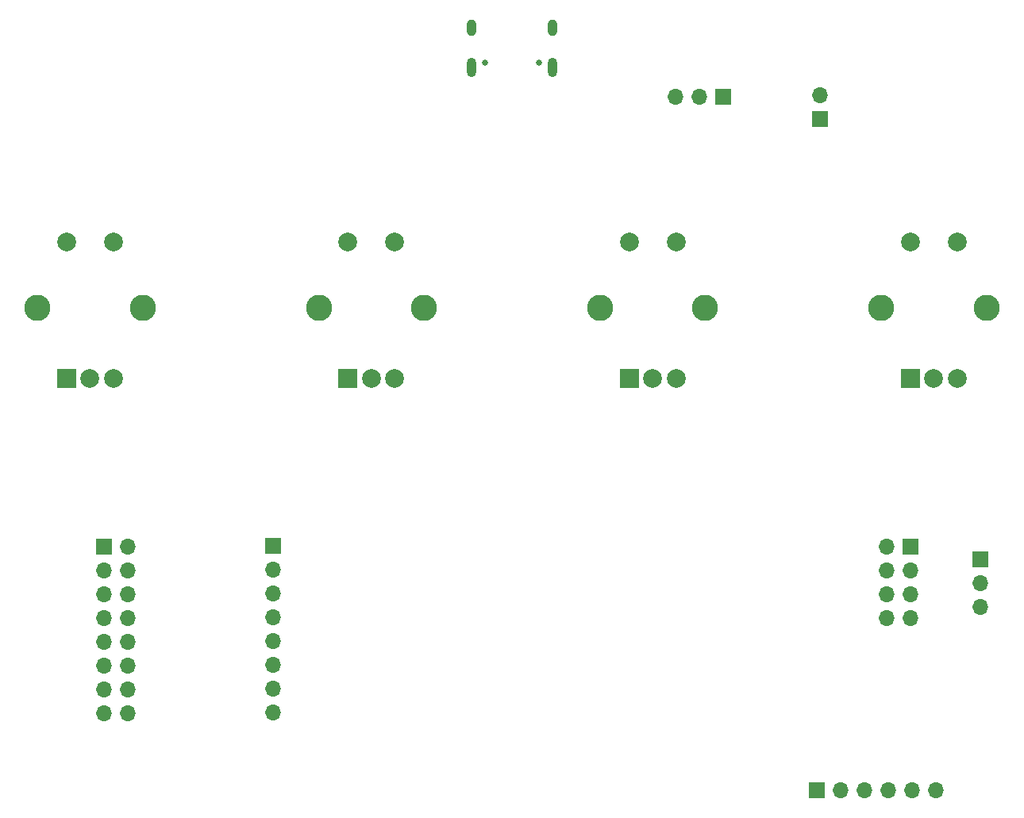
<source format=gbr>
%TF.GenerationSoftware,KiCad,Pcbnew,(6.0.10)*%
%TF.CreationDate,2023-01-01T23:53:54+01:00*%
%TF.ProjectId,obs-studio-controller,6f62732d-7374-4756-9469-6f2d636f6e74,rev?*%
%TF.SameCoordinates,Original*%
%TF.FileFunction,Soldermask,Bot*%
%TF.FilePolarity,Negative*%
%FSLAX46Y46*%
G04 Gerber Fmt 4.6, Leading zero omitted, Abs format (unit mm)*
G04 Created by KiCad (PCBNEW (6.0.10)) date 2023-01-01 23:53:54*
%MOMM*%
%LPD*%
G01*
G04 APERTURE LIST*
%ADD10R,2.000000X2.000000*%
%ADD11C,2.000000*%
%ADD12C,2.800000*%
%ADD13O,1.700000X1.700000*%
%ADD14R,1.700000X1.700000*%
%ADD15O,1.000000X2.100000*%
%ADD16O,1.000000X1.800000*%
%ADD17C,0.650000*%
G04 APERTURE END LIST*
D10*
%TO.C,SW4*%
X90000000Y0D03*
D11*
X95000000Y0D03*
X92500000Y0D03*
D12*
X98100000Y7500000D03*
X86900000Y7500000D03*
D11*
X90000000Y14500000D03*
X95000000Y14500000D03*
%TD*%
%TO.C,SW3*%
X65000000Y14500000D03*
X60000000Y14500000D03*
D12*
X68100000Y7500000D03*
X56900000Y7500000D03*
D11*
X62500000Y0D03*
X65000000Y0D03*
D10*
X60000000Y0D03*
%TD*%
D11*
%TO.C,SW1*%
X5000000Y14500000D03*
X0Y14500000D03*
D12*
X-3100000Y7500000D03*
X8100000Y7500000D03*
D11*
X2500000Y0D03*
X5000000Y0D03*
D10*
X0Y0D03*
%TD*%
D11*
%TO.C,SW2*%
X35000000Y14500000D03*
X30000000Y14500000D03*
D12*
X26900000Y7500000D03*
X38100000Y7500000D03*
D11*
X32500000Y0D03*
X35000000Y0D03*
D10*
X30000000Y0D03*
%TD*%
D13*
%TO.C,J2*%
X64920000Y30000000D03*
X67460000Y30000000D03*
D14*
X70000000Y30000000D03*
%TD*%
%TO.C,J4*%
X22000000Y-17900000D03*
D13*
X22000000Y-20440000D03*
X22000000Y-22980000D03*
X22000000Y-25520000D03*
X22000000Y-28060000D03*
X22000000Y-30600000D03*
X22000000Y-33140000D03*
X22000000Y-35680000D03*
%TD*%
%TO.C,J3*%
X87460000Y-25620000D03*
X90000000Y-25620000D03*
X87460000Y-23080000D03*
X90000000Y-23080000D03*
X87460000Y-20540000D03*
X90000000Y-20540000D03*
X87460000Y-18000000D03*
D14*
X90000000Y-18000000D03*
%TD*%
D13*
%TO.C,J5*%
X6540000Y-35780000D03*
X4000000Y-35780000D03*
X6540000Y-33240000D03*
X4000000Y-33240000D03*
X6540000Y-30700000D03*
X4000000Y-30700000D03*
X6540000Y-28160000D03*
X4000000Y-28160000D03*
X6540000Y-25620000D03*
X4000000Y-25620000D03*
X6540000Y-23080000D03*
X4000000Y-23080000D03*
X6540000Y-20540000D03*
X4000000Y-20540000D03*
X6540000Y-18000000D03*
D14*
X4000000Y-18000000D03*
%TD*%
D13*
%TO.C,J7*%
X97500000Y-24430000D03*
X97500000Y-21890000D03*
D14*
X97500000Y-19350000D03*
%TD*%
D15*
%TO.C,USBC1*%
X43180000Y33190000D03*
D16*
X43180000Y37370000D03*
X51820000Y37370000D03*
D15*
X51820000Y33190000D03*
D17*
X50390000Y33690000D03*
X44610000Y33690000D03*
%TD*%
D13*
%TO.C,J1*%
X80325001Y30189999D03*
D14*
X80325001Y27649999D03*
%TD*%
D13*
%TO.C,J6*%
X92700000Y-44000000D03*
X90160000Y-44000000D03*
X87620000Y-44000000D03*
X85080000Y-44000000D03*
X82540000Y-44000000D03*
D14*
X80000000Y-44000000D03*
%TD*%
M02*

</source>
